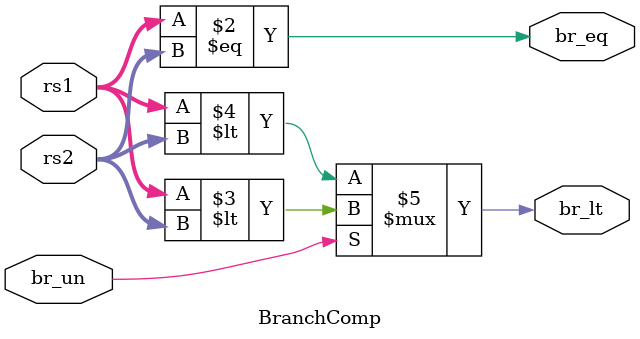
<source format=v>
module BranchComp (
    output  reg         br_lt,
    output  reg         br_eq,

    input       [31:0]  rs1,
    input       [31:0]  rs2,
    input               br_un
);
    always @(*) begin
        br_eq = (rs1 == rs2);
        br_lt = (br_un) ? (rs1 < rs2) : ($signed(rs1) < $signed(rs2));
    end
endmodule
</source>
